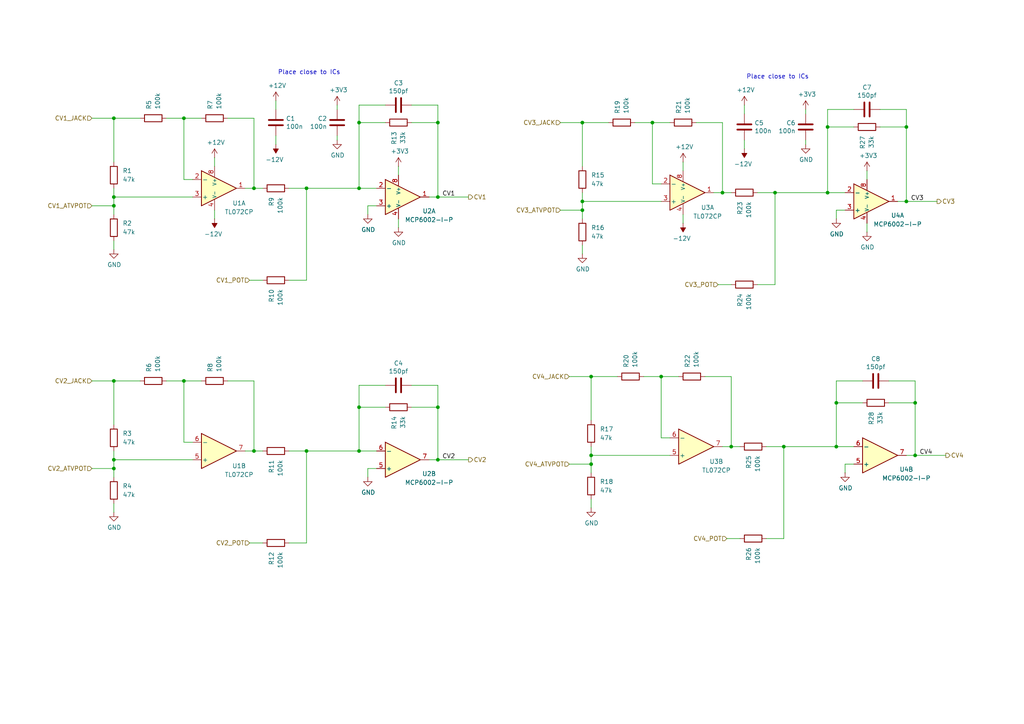
<source format=kicad_sch>
(kicad_sch (version 20231120) (generator "eeschema") (generator_version "8.0")
  (paper "A4")
  (title_block (title "Inputs") (date "2024-09-14") (rev "v0.1") (company "Sluisbrinkie"))
  (lib_symbols
    (symbol "Device:C" (pin_numbers hide) (pin_names (offset 0.254))
      (property "Reference" "C" (at 0.635 2.54 0))
      (property "Value" "C" (at 0.635 -2.54 0))
      (symbol "C_0_1"
        (polyline (pts (xy -2.032 -0.762) (xy 2.032 -0.762)) (stroke (width 0.508)))
        (polyline (pts (xy -2.032 0.762) (xy 2.032 0.762)) (stroke (width 0.508)))
      )
      (symbol "C_1_1"
        (pin passive line (at 0 3.81 270) (length 2.794) (name "~") (number "1"))
        (pin passive line (at 0 -3.81 90) (length 2.794) (name "~") (number "2"))
      )
    )
    (symbol "Device:R" (pin_numbers hide) (pin_names (offset 0))
      (property "Reference" "R" (at 2.032 0 90))
      (property "Value" "R" (at 0 0 90))
      (symbol "R_0_1"
        (rectangle (start -1.016 -2.54) (end 1.016 2.54) (stroke (width 0.254)))
      )
      (symbol "R_1_1"
        (pin passive line (at 0 3.81 270) (length 1.27) (name "~") (number "1"))
        (pin passive line (at 0 -3.81 90) (length 1.27) (name "~") (number "2"))
      )
    )
    (symbol "PCM_Amplifier_Operational_AKL:MCP6002-I-P" (pin_names (offset 0.2))
      (property "Reference" "U" (at 1.27 6.35 0))
      (property "Value" "MCP6002-I-P" (at 1.27 3.81 0))
      (symbol "MCP6002-I-P_0_1"
        (polyline (pts (xy -3.81 5.08) (xy -3.81 -5.08) (xy 6.35 0) (xy -3.81 5.08)) (stroke (width 0.254)) (fill (type background)))
      )
      (symbol "MCP6002-I-P_1_1"
        (pin output line (at 8.89 0 180) (length 2.54) (name "~") (number "1"))
        (pin input line (at -6.35 2.54 0) (length 2.54) (name "-") (number "2"))
        (pin input line (at -6.35 -2.54 0) (length 2.54) (name "+") (number "3"))
        (pin power_in line (at 0 -6.35 90) (length 3.18) (name "V-") (number "4"))
        (pin power_in line (at 0 6.35 270) (length 3.18) (name "V+") (number "8"))
      )
      (symbol "MCP6002-I-P_2_1"
        (pin input line (at -6.35 -2.54 0) (length 2.54) (name "+") (number "5"))
        (pin input line (at -6.35 2.54 0) (length 2.54) (name "-") (number "6"))
        (pin output line (at 8.89 0 180) (length 2.54) (name "~") (number "7"))
      )
    )
    (symbol "PCM_Amplifier_Operational_AKL:TL072CP" (pin_names (offset 0.2))
      (property "Reference" "U" (at 1.27 7.62 0))
      (property "Value" "TL072CP" (at 1.27 5.08 0))
      (symbol "TL072CP_0_1"
        (polyline (pts (xy -3.81 5.08) (xy -3.81 -5.08) (xy 6.35 0) (xy -3.81 5.08)) (stroke (width 0.254)) (fill (type background)))
      )
      (symbol "TL072CP_1_1"
        (pin output line (at 8.89 0 180) (length 2.54) (name "~") (number "1"))
        (pin input line (at -6.35 2.54 0) (length 2.54) (name "-") (number "2"))
        (pin input line (at -6.35 -2.54 0) (length 2.54) (name "+") (number "3"))
        (pin power_in line (at 0 -6.35 90) (length 3.18) (name "V-") (number "4"))
        (pin power_in line (at 0 6.35 270) (length 3.18) (name "V+") (number "8"))
      )
      (symbol "TL072CP_2_1"
        (pin input line (at -6.35 -2.54 0) (length 2.54) (name "+") (number "5"))
        (pin input line (at -6.35 2.54 0) (length 2.54) (name "-") (number "6"))
        (pin output line (at 8.89 0 180) (length 2.54) (name "~") (number "7"))
      )
    )
    (symbol "power:+12V" (power) (pin_numbers hide) (pin_names (offset 0) hide)
      (property "Value" "+12V" (at 0 3.556 0))
      (symbol "+12V_0_1"
        (polyline (pts (xy -0.762 1.27) (xy 0 2.54)))
        (polyline (pts (xy 0 0) (xy 0 2.54)))
        (polyline (pts (xy 0 2.54) (xy 0.762 1.27)))
      )
      (symbol "+12V_1_1"
        (pin power_in line (at 0 0 90) (length 0) (name "~") (number "1"))
      )
    )
    (symbol "power:+3V3" (power) (pin_numbers hide) (pin_names (offset 0) hide)
      (property "Value" "+3V3" (at 0 3.556 0))
      (symbol "+3V3_0_1"
        (polyline (pts (xy -0.762 1.27) (xy 0 2.54)))
        (polyline (pts (xy 0 0) (xy 0 2.54)))
        (polyline (pts (xy 0 2.54) (xy 0.762 1.27)))
      )
      (symbol "+3V3_1_1"
        (pin power_in line (at 0 0 90) (length 0) (name "~") (number "1"))
      )
    )
    (symbol "power:-12V" (power) (pin_numbers hide) (pin_names (offset 0) hide)
      (property "Value" "-12V" (at 0 3.556 0))
      (symbol "-12V_0_0"
        (pin power_in line (at 0 0 90) (length 0) (name "~") (number "1"))
      )
      (symbol "-12V_0_1"
        (polyline (pts (xy 0 0) (xy 0 1.27) (xy 0.762 1.27) (xy 0 2.54) (xy -0.762 1.27) (xy 0 1.27)) (fill (type outline)))
      )
    )
    (symbol "power:GND" (power) (pin_numbers hide) (pin_names (offset 0) hide)
      (property "Value" "GND" (at 0 -3.81 0))
      (symbol "GND_0_1"
        (polyline (pts (xy 0 0) (xy 0 -1.27) (xy 1.27 -1.27) (xy 0 -2.54) (xy -1.27 -1.27) (xy 0 -1.27)))
      )
      (symbol "GND_1_1"
        (pin power_in line (at 0 0 270) (length 0) (name "~") (number "1"))
      )
    )
  )
  (junction (at 265.43 132.08))
  (junction (at 127 35.56))
  (junction (at 88.9 54.61))
  (junction (at 33.02 110.49))
  (junction (at 168.91 60.96))
  (junction (at 191.77 109.22))
  (junction (at 73.66 54.61))
  (junction (at 127 57.15))
  (junction (at 242.57 116.84))
  (junction (at 53.34 110.49))
  (junction (at 171.45 134.62))
  (junction (at 168.91 35.56))
  (junction (at 189.23 35.56))
  (junction (at 33.02 59.69))
  (junction (at 240.03 36.83))
  (junction (at 33.02 34.29))
  (junction (at 104.14 35.56))
  (junction (at 171.45 132.08))
  (junction (at 127 118.11))
  (junction (at 127 133.35))
  (junction (at 209.55 55.88))
  (junction (at 242.57 129.54))
  (junction (at 224.79 55.88))
  (junction (at 262.89 58.42))
  (junction (at 262.89 36.83))
  (junction (at 212.09 129.54))
  (junction (at 171.45 109.22))
  (junction (at 88.9 130.81))
  (junction (at 265.43 116.84))
  (junction (at 33.02 57.15))
  (junction (at 104.14 118.11))
  (junction (at 33.02 133.35))
  (junction (at 73.66 130.81))
  (junction (at 53.34 34.29))
  (junction (at 240.03 55.88))
  (junction (at 104.14 54.61))
  (junction (at 227.33 129.54))
  (junction (at 33.02 135.89))
  (junction (at 104.14 130.81))
  (junction (at 168.91 58.42))
  (wire (pts (xy 251.46 64.77) (xy 251.46 67.31)))
  (wire (pts (xy 104.14 35.56) (xy 104.14 54.61)))
  (wire (pts (xy 119.38 111.76) (xy 127 111.76)))
  (wire (pts (xy 104.14 54.61) (xy 109.22 54.61)))
  (wire (pts (xy 260.35 58.42) (xy 262.89 58.42)))
  (wire (pts (xy 209.55 129.54) (xy 212.09 129.54)))
  (wire (pts (xy 250.19 110.49) (xy 242.57 110.49)))
  (wire (pts (xy 53.34 34.29) (xy 58.42 34.29)))
  (wire (pts (xy 53.34 52.07) (xy 53.34 34.29)))
  (wire (pts (xy 104.14 30.48) (xy 104.14 35.56)))
  (wire (pts (xy 66.04 34.29) (xy 73.66 34.29)))
  (wire (pts (xy 251.46 49.53) (xy 251.46 52.07)))
  (wire (pts (xy 257.81 110.49) (xy 265.43 110.49)))
  (wire (pts (xy 245.11 134.62) (xy 247.65 134.62)))
  (wire (pts (xy 71.12 130.81) (xy 73.66 130.81)))
  (wire (pts (xy 242.57 60.96) (xy 245.11 60.96)))
  (wire (pts (xy 233.68 33.02) (xy 233.68 31.75)))
  (wire (pts (xy 233.68 40.64) (xy 233.68 41.91)))
  (wire (pts (xy 171.45 132.08) (xy 194.31 132.08)))
  (wire (pts (xy 165.1 134.62) (xy 171.45 134.62)))
  (wire (pts (xy 265.43 116.84) (xy 265.43 132.08)))
  (wire (pts (xy 204.47 109.22) (xy 212.09 109.22)))
  (wire (pts (xy 83.82 81.28) (xy 88.9 81.28)))
  (wire (pts (xy 201.93 35.56) (xy 209.55 35.56)))
  (wire (pts (xy 115.57 48.26) (xy 115.57 50.8)))
  (wire (pts (xy 171.45 144.78) (xy 171.45 147.32)))
  (wire (pts (xy 88.9 130.81) (xy 104.14 130.81)))
  (wire (pts (xy 127 57.15) (xy 135.89 57.15)))
  (wire (pts (xy 55.88 128.27) (xy 53.34 128.27)))
  (wire (pts (xy 33.02 46.99) (xy 33.02 34.29)))
  (wire (pts (xy 242.57 110.49) (xy 242.57 116.84)))
  (wire (pts (xy 262.89 36.83) (xy 262.89 58.42)))
  (wire (pts (xy 186.69 109.22) (xy 191.77 109.22)))
  (wire (pts (xy 33.02 34.29) (xy 40.64 34.29)))
  (wire (pts (xy 127 35.56) (xy 127 30.48)))
  (wire (pts (xy 198.12 46.99) (xy 198.12 49.53)))
  (wire (pts (xy 106.68 138.43) (xy 106.68 135.89)))
  (wire (pts (xy 80.01 39.37) (xy 80.01 41.91)))
  (wire (pts (xy 215.9 30.48) (xy 215.9 33.02)))
  (wire (pts (xy 62.23 60.96) (xy 62.23 63.5)))
  (wire (pts (xy 224.79 55.88) (xy 240.03 55.88)))
  (wire (pts (xy 71.12 54.61) (xy 73.66 54.61)))
  (wire (pts (xy 227.33 129.54) (xy 242.57 129.54)))
  (wire (pts (xy 165.1 109.22) (xy 171.45 109.22)))
  (wire (pts (xy 88.9 81.28) (xy 88.9 54.61)))
  (wire (pts (xy 168.91 48.26) (xy 168.91 35.56)))
  (wire (pts (xy 106.68 62.23) (xy 106.68 59.69)))
  (wire (pts (xy 80.01 29.21) (xy 80.01 31.75)))
  (wire (pts (xy 33.02 54.61) (xy 33.02 57.15)))
  (wire (pts (xy 171.45 109.22) (xy 179.07 109.22)))
  (wire (pts (xy 224.79 82.55) (xy 224.79 55.88)))
  (wire (pts (xy 33.02 59.69) (xy 33.02 62.23)))
  (wire (pts (xy 191.77 127) (xy 191.77 109.22)))
  (wire (pts (xy 219.71 82.55) (xy 224.79 82.55)))
  (wire (pts (xy 26.67 59.69) (xy 33.02 59.69)))
  (wire (pts (xy 242.57 63.5) (xy 242.57 60.96)))
  (wire (pts (xy 33.02 69.85) (xy 33.02 72.39)))
  (wire (pts (xy 124.46 133.35) (xy 127 133.35)))
  (wire (pts (xy 62.23 45.72) (xy 62.23 48.26)))
  (wire (pts (xy 207.01 55.88) (xy 209.55 55.88)))
  (wire (pts (xy 55.88 52.07) (xy 53.34 52.07)))
  (wire (pts (xy 88.9 54.61) (xy 104.14 54.61)))
  (wire (pts (xy 111.76 30.48) (xy 104.14 30.48)))
  (wire (pts (xy 26.67 110.49) (xy 33.02 110.49)))
  (wire (pts (xy 97.79 31.75) (xy 97.79 30.48)))
  (wire (pts (xy 104.14 118.11) (xy 104.14 130.81)))
  (wire (pts (xy 247.65 31.75) (xy 240.03 31.75)))
  (wire (pts (xy 106.68 59.69) (xy 109.22 59.69)))
  (wire (pts (xy 115.57 63.5) (xy 115.57 66.04)))
  (wire (pts (xy 168.91 71.12) (xy 168.91 73.66)))
  (wire (pts (xy 255.27 31.75) (xy 262.89 31.75)))
  (wire (pts (xy 72.39 81.28) (xy 76.2 81.28)))
  (wire (pts (xy 168.91 55.88) (xy 168.91 58.42)))
  (wire (pts (xy 240.03 36.83) (xy 240.03 55.88)))
  (wire (pts (xy 194.31 127) (xy 191.77 127)))
  (wire (pts (xy 209.55 55.88) (xy 209.55 35.56)))
  (wire (pts (xy 210.82 156.21) (xy 214.63 156.21)))
  (wire (pts (xy 222.25 129.54) (xy 227.33 129.54)))
  (wire (pts (xy 191.77 53.34) (xy 189.23 53.34)))
  (wire (pts (xy 33.02 130.81) (xy 33.02 133.35)))
  (wire (pts (xy 26.67 34.29) (xy 33.02 34.29)))
  (wire (pts (xy 73.66 130.81) (xy 76.2 130.81)))
  (wire (pts (xy 104.14 111.76) (xy 104.14 118.11)))
  (wire (pts (xy 171.45 134.62) (xy 171.45 137.16)))
  (wire (pts (xy 48.26 110.49) (xy 53.34 110.49)))
  (wire (pts (xy 127 35.56) (xy 127 57.15)))
  (wire (pts (xy 33.02 133.35) (xy 55.88 133.35)))
  (wire (pts (xy 53.34 110.49) (xy 58.42 110.49)))
  (wire (pts (xy 104.14 130.81) (xy 109.22 130.81)))
  (wire (pts (xy 240.03 55.88) (xy 245.11 55.88)))
  (wire (pts (xy 262.89 36.83) (xy 255.27 36.83)))
  (wire (pts (xy 33.02 57.15) (xy 33.02 59.69)))
  (wire (pts (xy 168.91 58.42) (xy 191.77 58.42)))
  (wire (pts (xy 171.45 129.54) (xy 171.45 132.08)))
  (wire (pts (xy 191.77 109.22) (xy 196.85 109.22)))
  (wire (pts (xy 171.45 121.92) (xy 171.45 109.22)))
  (wire (pts (xy 184.15 35.56) (xy 189.23 35.56)))
  (wire (pts (xy 83.82 157.48) (xy 88.9 157.48)))
  (wire (pts (xy 66.04 110.49) (xy 73.66 110.49)))
  (wire (pts (xy 127 35.56) (xy 119.38 35.56)))
  (wire (pts (xy 198.12 62.23) (xy 198.12 64.77)))
  (wire (pts (xy 33.02 110.49) (xy 40.64 110.49)))
  (wire (pts (xy 83.82 54.61) (xy 88.9 54.61)))
  (wire (pts (xy 245.11 137.16) (xy 245.11 134.62)))
  (wire (pts (xy 208.28 82.55) (xy 212.09 82.55)))
  (wire (pts (xy 242.57 116.84) (xy 242.57 129.54)))
  (wire (pts (xy 73.66 130.81) (xy 73.66 110.49)))
  (wire (pts (xy 53.34 128.27) (xy 53.34 110.49)))
  (wire (pts (xy 162.56 35.56) (xy 168.91 35.56)))
  (wire (pts (xy 219.71 55.88) (xy 224.79 55.88)))
  (wire (pts (xy 262.89 36.83) (xy 262.89 31.75)))
  (wire (pts (xy 262.89 132.08) (xy 265.43 132.08)))
  (wire (pts (xy 227.33 156.21) (xy 227.33 129.54)))
  (wire (pts (xy 48.26 34.29) (xy 53.34 34.29)))
  (wire (pts (xy 83.82 130.81) (xy 88.9 130.81)))
  (wire (pts (xy 168.91 60.96) (xy 168.91 63.5)))
  (wire (pts (xy 88.9 157.48) (xy 88.9 130.81)))
  (wire (pts (xy 127 133.35) (xy 135.89 133.35)))
  (wire (pts (xy 73.66 54.61) (xy 76.2 54.61)))
  (wire (pts (xy 171.45 132.08) (xy 171.45 134.62)))
  (wire (pts (xy 127 118.11) (xy 127 111.76)))
  (wire (pts (xy 168.91 58.42) (xy 168.91 60.96)))
  (wire (pts (xy 73.66 54.61) (xy 73.66 34.29)))
  (wire (pts (xy 265.43 132.08) (xy 274.32 132.08)))
  (wire (pts (xy 111.76 118.11) (xy 104.14 118.11)))
  (wire (pts (xy 127 118.11) (xy 119.38 118.11)))
  (wire (pts (xy 33.02 133.35) (xy 33.02 135.89)))
  (wire (pts (xy 124.46 57.15) (xy 127 57.15)))
  (wire (pts (xy 262.89 58.42) (xy 271.78 58.42)))
  (wire (pts (xy 212.09 129.54) (xy 212.09 109.22)))
  (wire (pts (xy 265.43 116.84) (xy 265.43 110.49)))
  (wire (pts (xy 247.65 36.83) (xy 240.03 36.83)))
  (wire (pts (xy 33.02 57.15) (xy 55.88 57.15)))
  (wire (pts (xy 212.09 129.54) (xy 214.63 129.54)))
  (wire (pts (xy 240.03 31.75) (xy 240.03 36.83)))
  (wire (pts (xy 106.68 135.89) (xy 109.22 135.89)))
  (wire (pts (xy 33.02 146.05) (xy 33.02 148.59)))
  (wire (pts (xy 33.02 135.89) (xy 33.02 138.43)))
  (wire (pts (xy 162.56 60.96) (xy 168.91 60.96)))
  (wire (pts (xy 33.02 123.19) (xy 33.02 110.49)))
  (wire (pts (xy 215.9 40.64) (xy 215.9 43.18)))
  (wire (pts (xy 72.39 157.48) (xy 76.2 157.48)))
  (wire (pts (xy 26.67 135.89) (xy 33.02 135.89)))
  (wire (pts (xy 168.91 35.56) (xy 176.53 35.56)))
  (wire (pts (xy 265.43 116.84) (xy 257.81 116.84)))
  (wire (pts (xy 209.55 55.88) (xy 212.09 55.88)))
  (wire (pts (xy 189.23 35.56) (xy 194.31 35.56)))
  (wire (pts (xy 111.76 111.76) (xy 104.14 111.76)))
  (wire (pts (xy 97.79 39.37) (xy 97.79 40.64)))
  (wire (pts (xy 127 118.11) (xy 127 133.35)))
  (wire (pts (xy 250.19 116.84) (xy 242.57 116.84)))
  (wire (pts (xy 242.57 129.54) (xy 247.65 129.54)))
  (wire (pts (xy 119.38 30.48) (xy 127 30.48)))
  (wire (pts (xy 189.23 53.34) (xy 189.23 35.56)))
  (wire (pts (xy 111.76 35.56) (xy 104.14 35.56)))
  (wire (pts (xy 222.25 156.21) (xy 227.33 156.21)))
  (text "Place close to ICs\n" (at 89.662 21.082 0) (effects (font (size 1.27 1.27))))
  (text "Place close to ICs\n" (at 225.552 22.352 0) (effects (font (size 1.27 1.27))))
  (label "CV3" (at 264.16 58.42 0))
  (label "CV4" (at 266.7 132.08 0))
  (label "CV1" (at 128.27 57.15 0))
  (label "CV2" (at 128.27 133.35 0))
  (hierarchical_label "CV1_POT" (shape input) (at 72.39 81.28 180))
  (hierarchical_label "CV2_JACK" (shape input) (at 26.67 110.49 180))
  (hierarchical_label "CV3_ATVPOT" (shape input) (at 162.56 60.96 180))
  (hierarchical_label "CV4" (shape output) (at 274.32 132.08 0))
  (hierarchical_label "CV1_ATVPOT" (shape input) (at 26.67 59.69 180))
  (hierarchical_label "CV4_ATVPOT" (shape input) (at 165.1 134.62 180))
  (hierarchical_label "CV2_POT" (shape input) (at 72.39 157.48 180))
  (hierarchical_label "CV3" (shape output) (at 271.78 58.42 0))
  (hierarchical_label "CV3_POT" (shape input) (at 208.28 82.55 180))
  (hierarchical_label "CV3_JACK" (shape input) (at 162.56 35.56 180))
  (hierarchical_label "CV1" (shape output) (at 135.89 57.15 0))
  (hierarchical_label "CV2_ATVPOT" (shape input) (at 26.67 135.89 180))
  (hierarchical_label "CV1_JACK" (shape input) (at 26.67 34.29 180))
  (hierarchical_label "CV4_JACK" (shape input) (at 165.1 109.22 180))
  (hierarchical_label "CV2" (shape output) (at 135.89 133.35 0))
  (hierarchical_label "CV4_POT" (shape input) (at 210.82 156.21 180))
  (symbol (lib_id "power:+3V3") (at 251.46 49.53 0) (unit 1)
    (property "Reference" "#PWR047" (effects (hide yes)))
    (property "Value" "+3V3" (at 251.841 45.1358 0))
  )
  (symbol (lib_id "power:GND") (at 33.02 148.59 0) (unit 1)
    (property "Reference" "#PWR026" (effects (hide yes)))
    (property "Value" "GND" (at 33.147 152.9842 0))
  )
  (symbol (lib_id "power:+12V") (at 62.23 45.72 0) (unit 1)
    (property "Reference" "#PWR027" (effects (hide yes)))
    (property "Value" "+12V" (at 62.611 41.3258 0))
  )
  (symbol (lib_id "power:+3V3") (at 233.68 31.75 0) (unit 1)
    (property "Reference" "#PWR043" (effects (hide yes)))
    (property "Value" "+3V3" (at 234.061 27.3558 0))
  )
  (symbol (lib_id "PCM_Amplifier_Operational_AKL:TL072CP") (at 200.66 129.54 0) (unit 2)
    (property "Reference" "U3" (at 207.772 133.858 0))
    (property "Value" "TL072CP" (at 207.772 136.398 0))
    (property "Footprint" "PCM_Package_DIP_AKL:DIP-8_W7.62mm_Socket_LongPads" (effects (hide yes)))
    (property "Datasheet" "https://www.ti.com/lit/ds/symlink/tl072h.pdf?ts=1635057479364" (effects (hide yes)))
    (property "Description" "DIP-8 Dual JFET Low Noise Operational Amplifier, 10mV Offset, 8nV/√Hz Noise, 1MHz GBW, Alternate KiCAD Library" (effects (hide yes)))
  )
  (symbol (lib_id "PCM_Amplifier_Operational_AKL:TL072CP") (at 62.23 130.81 0) (unit 2)
    (property "Reference" "U1" (at 69.342 135.128 0))
    (property "Value" "TL072CP" (at 69.342 137.668 0))
    (property "Footprint" "PCM_Package_DIP_AKL:DIP-8_W7.62mm_Socket_LongPads" (effects (hide yes)))
    (property "Datasheet" "https://www.ti.com/lit/ds/symlink/tl072h.pdf?ts=1635057479364" (effects (hide yes)))
    (property "Description" "DIP-8 Dual JFET Low Noise Operational Amplifier, 10mV Offset, 8nV/√Hz Noise, 1MHz GBW, Alternate KiCAD Library" (effects (hide yes)))
  )
  (symbol (lib_id "Device:R") (at 198.12 35.56 90) (unit 1)
    (property "Reference" "R21" (at 196.8499 33.02 0) (effects (justify left)))
    (property "Value" "100k" (at 199.3899 33.02 0) (effects (justify left)))
    (property "Footprint" "Resistor_THT:R_Axial_DIN0207_L6.3mm_D2.5mm_P7.62mm_Horizontal" (effects (hide yes)))
    (property "Description" "Resistor" (effects (hide yes)))
  )
  (symbol (lib_id "power:+12V") (at 198.12 46.99 0) (unit 1)
    (property "Reference" "#PWR039" (effects (hide yes)))
    (property "Value" "+12V" (at 198.501 42.5958 0))
  )
  (symbol (lib_id "power:GND") (at 171.45 147.32 0) (unit 1)
    (property "Reference" "#PWR038" (effects (hide yes)))
    (property "Value" "GND" (at 171.577 151.7142 0))
  )
  (symbol (lib_id "Device:R") (at 182.88 109.22 90) (unit 1)
    (property "Reference" "R20" (at 181.6099 106.68 0) (effects (justify left)))
    (property "Value" "100k" (at 184.1499 106.68 0) (effects (justify left)))
    (property "Footprint" "Resistor_THT:R_Axial_DIN0207_L6.3mm_D2.5mm_P7.62mm_Horizontal" (effects (hide yes)))
    (property "Description" "Resistor" (effects (hide yes)))
  )
  (symbol (lib_id "PCM_Amplifier_Operational_AKL:TL072CP") (at 198.12 55.88 0) (unit 1)
    (property "Reference" "U3" (at 205.232 60.198 0))
    (property "Value" "TL072CP" (at 205.232 62.738 0))
    (property "Footprint" "PCM_Package_DIP_AKL:DIP-8_W7.62mm_Socket_LongPads" (effects (hide yes)))
    (property "Datasheet" "https://www.ti.com/lit/ds/symlink/tl072h.pdf?ts=1635057479364" (effects (hide yes)))
    (property "Description" "DIP-8 Dual JFET Low Noise Operational Amplifier, 10mV Offset, 8nV/√Hz Noise, 1MHz GBW, Alternate KiCAD Library" (effects (hide yes)))
  )
  (symbol (lib_id "Device:R") (at 33.02 66.04 0) (unit 1)
    (property "Reference" "R2" (at 35.56 64.7699 0) (effects (justify left)))
    (property "Value" "47k" (at 35.56 67.3099 0) (effects (justify left)))
    (property "Footprint" "Resistor_THT:R_Axial_DIN0207_L6.3mm_D2.5mm_P7.62mm_Horizontal" (effects (hide yes)))
    (property "Description" "Resistor" (effects (hide yes)))
  )
  (symbol (lib_id "Device:R") (at 62.23 34.29 90) (unit 1)
    (property "Reference" "R7" (at 60.9599 31.75 0) (effects (justify left)))
    (property "Value" "100k" (at 63.4999 31.75 0) (effects (justify left)))
    (property "Footprint" "Resistor_THT:R_Axial_DIN0207_L6.3mm_D2.5mm_P7.62mm_Horizontal" (effects (hide yes)))
    (property "Description" "Resistor" (effects (hide yes)))
  )
  (symbol (lib_id "power:GND") (at 251.46 67.31 0) (unit 1)
    (property "Reference" "#PWR048" (effects (hide yes)))
    (property "Value" "GND" (at 251.587 71.7042 0))
  )
  (symbol (lib_id "power:+3V3") (at 97.79 30.48 0) (unit 1)
    (property "Reference" "#PWR031" (effects (hide yes)))
    (property "Value" "+3V3" (at 98.171 26.0858 0))
  )
  (symbol (lib_id "power:GND") (at 106.68 138.43 0) (unit 1)
    (property "Reference" "#PWR034" (effects (hide yes)))
    (property "Value" "GND" (at 106.807 142.8242 0))
  )
  (symbol (lib_id "power:-12V") (at 62.23 63.5 180) (unit 1)
    (property "Reference" "#PWR028" (effects (hide yes)))
    (property "Value" "-12V" (at 61.849 67.8942 0))
  )
  (symbol (lib_id "Device:C") (at 254 110.49 90) (unit 1)
    (property "Reference" "C8" (at 254 104.0892 90))
    (property "Value" "150pf" (at 254 106.4006 90))
    (property "Footprint" "Capacitor_THT:C_Disc_D3.4mm_W2.1mm_P2.50mm" (effects (hide yes)))
  )
  (symbol (lib_id "Device:R") (at 115.57 35.56 90) (mirror x) (unit 1)
    (property "Reference" "R13" (at 114.2999 38.1 0) (effects (justify left)))
    (property "Value" "33k" (at 116.8399 38.1 0) (effects (justify left)))
    (property "Footprint" "Resistor_THT:R_Axial_DIN0207_L6.3mm_D2.5mm_P7.62mm_Horizontal" (effects (hide yes)))
    (property "Description" "Resistor" (effects (hide yes)))
  )
  (symbol (lib_id "Device:R") (at 62.23 110.49 90) (unit 1)
    (property "Reference" "R8" (at 60.9599 107.95 0) (effects (justify left)))
    (property "Value" "100k" (at 63.4999 107.95 0) (effects (justify left)))
    (property "Footprint" "Resistor_THT:R_Axial_DIN0207_L6.3mm_D2.5mm_P7.62mm_Horizontal" (effects (hide yes)))
    (property "Description" "Resistor" (effects (hide yes)))
  )
  (symbol (lib_id "power:GND") (at 97.79 40.64 0) (unit 1)
    (property "Reference" "#PWR032" (effects (hide yes)))
    (property "Value" "GND" (at 97.917 45.0342 0))
  )
  (symbol (lib_id "PCM_Amplifier_Operational_AKL:MCP6002-I-P") (at 115.57 57.15 0) (unit 1)
    (property "Reference" "U2" (at 124.46 61.214 0))
    (property "Value" "MCP6002-I-P" (at 124.46 63.754 0))
    (property "Footprint" "PCM_Package_DIP_AKL:DIP-8_W7.62mm_Socket_LongPads" (effects (hide yes)))
    (property "Datasheet" "https://www.tme.eu/Document/c98656c49a036767b89c9bb93e3dda4a/mcp6001_2_4.pdf" (effects (hide yes)))
    (property "Description" "DIP-8 Dual CMOS RRIO Operational Amplifier, 4.5mV Offset, 2μV/°C Drift, 1MHz GBW, Alternate KiCAD Library" (effects (hide yes)))
  )
  (symbol (lib_id "power:+12V") (at 215.9 30.48 0) (unit 1)
    (property "Reference" "#PWR041" (effects (hide yes)))
    (property "Value" "+12V" (at 216.281 26.0858 0))
  )
  (symbol (lib_id "Device:R") (at 200.66 109.22 90) (unit 1)
    (property "Reference" "R22" (at 199.3899 106.68 0) (effects (justify left)))
    (property "Value" "100k" (at 201.9299 106.68 0) (effects (justify left)))
    (property "Footprint" "Resistor_THT:R_Axial_DIN0207_L6.3mm_D2.5mm_P7.62mm_Horizontal" (effects (hide yes)))
    (property "Description" "Resistor" (effects (hide yes)))
  )
  (symbol (lib_id "Device:R") (at 80.01 130.81 90) (mirror x) (unit 1)
    (property "Reference" "R11" (at 78.7399 133.35 0) (effects (justify left)))
    (property "Value" "100k" (at 81.2799 133.35 0) (effects (justify left)))
    (property "Footprint" "Resistor_THT:R_Axial_DIN0207_L6.3mm_D2.5mm_P7.62mm_Horizontal" (effects (hide yes)))
    (property "Description" "Resistor" (effects (hide yes)))
  )
  (symbol (lib_id "Device:R") (at 80.01 157.48 90) (mirror x) (unit 1)
    (property "Reference" "R12" (at 78.7399 160.02 0) (effects (justify left)))
    (property "Value" "100k" (at 81.2799 160.02 0) (effects (justify left)))
    (property "Footprint" "Resistor_THT:R_Axial_DIN0207_L6.3mm_D2.5mm_P7.62mm_Horizontal" (effects (hide yes)))
    (property "Description" "Resistor" (effects (hide yes)))
  )
  (symbol (lib_id "Device:R") (at 33.02 127 0) (unit 1)
    (property "Reference" "R3" (at 35.56 125.7299 0) (effects (justify left)))
    (property "Value" "47k" (at 35.56 128.2699 0) (effects (justify left)))
    (property "Footprint" "Resistor_THT:R_Axial_DIN0207_L6.3mm_D2.5mm_P7.62mm_Horizontal" (effects (hide yes)))
    (property "Description" "Resistor" (effects (hide yes)))
  )
  (symbol (lib_id "Device:C") (at 80.01 35.56 0) (unit 1)
    (property "Reference" "C1" (at 82.931 34.3916 0) (effects (justify left)))
    (property "Value" "100n" (at 82.931 36.703 0) (effects (justify left)))
    (property "Footprint" "Capacitor_THT:C_Rect_L10.0mm_W4.0mm_P7.50mm_MKS4" (effects (hide yes)))
  )
  (symbol (lib_id "Device:R") (at 254 116.84 90) (mirror x) (unit 1)
    (property "Reference" "R28" (at 252.7299 119.38 0) (effects (justify left)))
    (property "Value" "33k" (at 255.2699 119.38 0) (effects (justify left)))
    (property "Footprint" "Resistor_THT:R_Axial_DIN0207_L6.3mm_D2.5mm_P7.62mm_Horizontal" (effects (hide yes)))
    (property "Description" "Resistor" (effects (hide yes)))
  )
  (symbol (lib_id "Device:R") (at 115.57 118.11 90) (mirror x) (unit 1)
    (property "Reference" "R14" (at 114.2999 120.65 0) (effects (justify left)))
    (property "Value" "33k" (at 116.8399 120.65 0) (effects (justify left)))
    (property "Footprint" "Resistor_THT:R_Axial_DIN0207_L6.3mm_D2.5mm_P7.62mm_Horizontal" (effects (hide yes)))
    (property "Description" "Resistor" (effects (hide yes)))
  )
  (symbol (lib_id "power:GND") (at 33.02 72.39 0) (unit 1)
    (property "Reference" "#PWR025" (effects (hide yes)))
    (property "Value" "GND" (at 33.147 76.7842 0))
  )
  (symbol (lib_id "power:-12V") (at 215.9 43.18 180) (unit 1)
    (property "Reference" "#PWR042" (effects (hide yes)))
    (property "Value" "-12V" (at 215.519 47.5742 0))
  )
  (symbol (lib_id "power:-12V") (at 80.01 41.91 180) (unit 1)
    (property "Reference" "#PWR030" (effects (hide yes)))
    (property "Value" "-12V" (at 79.629 46.3042 0))
  )
  (symbol (lib_id "power:GND") (at 115.57 66.04 0) (unit 1)
    (property "Reference" "#PWR036" (effects (hide yes)))
    (property "Value" "GND" (at 115.697 70.4342 0))
  )
  (symbol (lib_id "Device:R") (at 218.44 129.54 90) (mirror x) (unit 1)
    (property "Reference" "R25" (at 217.1699 132.08 0) (effects (justify left)))
    (property "Value" "100k" (at 219.7099 132.08 0) (effects (justify left)))
    (property "Footprint" "Resistor_THT:R_Axial_DIN0207_L6.3mm_D2.5mm_P7.62mm_Horizontal" (effects (hide yes)))
    (property "Description" "Resistor" (effects (hide yes)))
  )
  (symbol (lib_id "power:-12V") (at 198.12 64.77 180) (unit 1)
    (property "Reference" "#PWR040" (effects (hide yes)))
    (property "Value" "-12V" (at 197.739 69.1642 0))
  )
  (symbol (lib_id "Device:R") (at 80.01 54.61 90) (mirror x) (unit 1)
    (property "Reference" "R9" (at 78.7399 57.15 0) (effects (justify left)))
    (property "Value" "100k" (at 81.2799 57.15 0) (effects (justify left)))
    (property "Footprint" "Resistor_THT:R_Axial_DIN0207_L6.3mm_D2.5mm_P7.62mm_Horizontal" (effects (hide yes)))
    (property "Description" "Resistor" (effects (hide yes)))
  )
  (symbol (lib_id "power:GND") (at 168.91 73.66 0) (unit 1)
    (property "Reference" "#PWR037" (effects (hide yes)))
    (property "Value" "GND" (at 169.037 78.0542 0))
  )
  (symbol (lib_id "Device:R") (at 33.02 142.24 0) (unit 1)
    (property "Reference" "R4" (at 35.56 140.9699 0) (effects (justify left)))
    (property "Value" "47k" (at 35.56 143.5099 0) (effects (justify left)))
    (property "Footprint" "Resistor_THT:R_Axial_DIN0207_L6.3mm_D2.5mm_P7.62mm_Horizontal" (effects (hide yes)))
    (property "Description" "Resistor" (effects (hide yes)))
  )
  (symbol (lib_id "Device:R") (at 44.45 34.29 90) (unit 1)
    (property "Reference" "R5" (at 43.1799 31.75 0) (effects (justify left)))
    (property "Value" "100k" (at 45.7199 31.75 0) (effects (justify left)))
    (property "Footprint" "Resistor_THT:R_Axial_DIN0207_L6.3mm_D2.5mm_P7.62mm_Horizontal" (effects (hide yes)))
    (property "Description" "Resistor" (effects (hide yes)))
  )
  (symbol (lib_id "Device:R") (at 251.46 36.83 90) (mirror x) (unit 1)
    (property "Reference" "R27" (at 250.1899 39.37 0) (effects (justify left)))
    (property "Value" "33k" (at 252.7299 39.37 0) (effects (justify left)))
    (property "Footprint" "Resistor_THT:R_Axial_DIN0207_L6.3mm_D2.5mm_P7.62mm_Horizontal" (effects (hide yes)))
    (property "Description" "Resistor" (effects (hide yes)))
  )
  (symbol (lib_id "Device:R") (at 44.45 110.49 90) (unit 1)
    (property "Reference" "R6" (at 43.1799 107.95 0) (effects (justify left)))
    (property "Value" "100k" (at 45.7199 107.95 0) (effects (justify left)))
    (property "Footprint" "Resistor_THT:R_Axial_DIN0207_L6.3mm_D2.5mm_P7.62mm_Horizontal" (effects (hide yes)))
    (property "Description" "Resistor" (effects (hide yes)))
  )
  (symbol (lib_id "Device:C") (at 233.68 36.83 0) (mirror y) (unit 1)
    (property "Reference" "C6" (at 230.759 35.6616 0) (effects (justify left)))
    (property "Value" "100n" (at 230.759 37.973 0) (effects (justify left)))
    (property "Footprint" "Capacitor_THT:C_Rect_L10.0mm_W4.0mm_P7.50mm_MKS4" (effects (hide yes)))
  )
  (symbol (lib_id "power:GND") (at 233.68 41.91 0) (unit 1)
    (property "Reference" "#PWR044" (effects (hide yes)))
    (property "Value" "GND" (at 233.807 46.3042 0))
  )
  (symbol (lib_id "PCM_Amplifier_Operational_AKL:TL072CP") (at 62.23 54.61 0) (unit 1)
    (property "Reference" "U1" (at 69.342 58.928 0))
    (property "Value" "TL072CP" (at 69.342 61.468 0))
    (property "Footprint" "PCM_Package_DIP_AKL:DIP-8_W7.62mm_Socket_LongPads" (effects (hide yes)))
    (property "Datasheet" "https://www.ti.com/lit/ds/symlink/tl072h.pdf?ts=1635057479364" (effects (hide yes)))
    (property "Description" "DIP-8 Dual JFET Low Noise Operational Amplifier, 10mV Offset, 8nV/√Hz Noise, 1MHz GBW, Alternate KiCAD Library" (effects (hide yes)))
  )
  (symbol (lib_id "Device:R") (at 168.91 52.07 0) (unit 1)
    (property "Reference" "R15" (at 171.45 50.7999 0) (effects (justify left)))
    (property "Value" "47k" (at 171.45 53.3399 0) (effects (justify left)))
    (property "Footprint" "Resistor_THT:R_Axial_DIN0207_L6.3mm_D2.5mm_P7.62mm_Horizontal" (effects (hide yes)))
    (property "Description" "Resistor" (effects (hide yes)))
  )
  (symbol (lib_id "Device:R") (at 171.45 140.97 0) (unit 1)
    (property "Reference" "R18" (at 173.99 139.6999 0) (effects (justify left)))
    (property "Value" "47k" (at 173.99 142.2399 0) (effects (justify left)))
    (property "Footprint" "Resistor_THT:R_Axial_DIN0207_L6.3mm_D2.5mm_P7.62mm_Horizontal" (effects (hide yes)))
    (property "Description" "Resistor" (effects (hide yes)))
  )
  (symbol (lib_id "Device:C") (at 115.57 30.48 90) (unit 1)
    (property "Reference" "C3" (at 115.57 24.0792 90))
    (property "Value" "150pf" (at 115.57 26.3906 90))
    (property "Footprint" "Capacitor_THT:C_Disc_D3.4mm_W2.1mm_P2.50mm" (effects (hide yes)))
  )
  (symbol (lib_id "Device:R") (at 215.9 82.55 90) (mirror x) (unit 1)
    (property "Reference" "R24" (at 214.6299 85.09 0) (effects (justify left)))
    (property "Value" "100k" (at 217.1699 85.09 0) (effects (justify left)))
    (property "Footprint" "Resistor_THT:R_Axial_DIN0207_L6.3mm_D2.5mm_P7.62mm_Horizontal" (effects (hide yes)))
    (property "Description" "Resistor" (effects (hide yes)))
  )
  (symbol (lib_id "Device:R") (at 180.34 35.56 90) (unit 1)
    (property "Reference" "R19" (at 179.0699 33.02 0) (effects (justify left)))
    (property "Value" "100k" (at 181.6099 33.02 0) (effects (justify left)))
    (property "Footprint" "Resistor_THT:R_Axial_DIN0207_L6.3mm_D2.5mm_P7.62mm_Horizontal" (effects (hide yes)))
    (property "Description" "Resistor" (effects (hide yes)))
  )
  (symbol (lib_id "Device:R") (at 33.02 50.8 0) (unit 1)
    (property "Reference" "R1" (at 35.56 49.5299 0) (effects (justify left)))
    (property "Value" "47k" (at 35.56 52.0699 0) (effects (justify left)))
    (property "Footprint" "Resistor_THT:R_Axial_DIN0207_L6.3mm_D2.5mm_P7.62mm_Horizontal" (effects (hide yes)))
    (property "Description" "Resistor" (effects (hide yes)))
  )
  (symbol (lib_id "power:+3V3") (at 115.57 48.26 0) (unit 1)
    (property "Reference" "#PWR035" (effects (hide yes)))
    (property "Value" "+3V3" (at 115.951 43.8658 0))
  )
  (symbol (lib_id "Device:R") (at 218.44 156.21 90) (mirror x) (unit 1)
    (property "Reference" "R26" (at 217.1699 158.75 0) (effects (justify left)))
    (property "Value" "100k" (at 219.7099 158.75 0) (effects (justify left)))
    (property "Footprint" "Resistor_THT:R_Axial_DIN0207_L6.3mm_D2.5mm_P7.62mm_Horizontal" (effects (hide yes)))
    (property "Description" "Resistor" (effects (hide yes)))
  )
  (symbol (lib_id "Device:C") (at 215.9 36.83 0) (unit 1)
    (property "Reference" "C5" (at 218.821 35.6616 0) (effects (justify left)))
    (property "Value" "100n" (at 218.821 37.973 0) (effects (justify left)))
    (property "Footprint" "Capacitor_THT:C_Rect_L10.0mm_W4.0mm_P7.50mm_MKS4" (effects (hide yes)))
  )
  (symbol (lib_id "power:+12V") (at 80.01 29.21 0) (unit 1)
    (property "Reference" "#PWR029" (effects (hide yes)))
    (property "Value" "+12V" (at 80.391 24.8158 0))
  )
  (symbol (lib_id "Device:R") (at 171.45 125.73 0) (unit 1)
    (property "Reference" "R17" (at 173.99 124.4599 0) (effects (justify left)))
    (property "Value" "47k" (at 173.99 126.9999 0) (effects (justify left)))
    (property "Footprint" "Resistor_THT:R_Axial_DIN0207_L6.3mm_D2.5mm_P7.62mm_Horizontal" (effects (hide yes)))
    (property "Description" "Resistor" (effects (hide yes)))
  )
  (symbol (lib_id "PCM_Amplifier_Operational_AKL:MCP6002-I-P") (at 251.46 58.42 0) (unit 1)
    (property "Reference" "U4" (at 260.35 62.484 0))
    (property "Value" "MCP6002-I-P" (at 260.35 65.024 0))
    (property "Footprint" "PCM_Package_DIP_AKL:DIP-8_W7.62mm_Socket_LongPads" (effects (hide yes)))
    (property "Datasheet" "https://www.tme.eu/Document/c98656c49a036767b89c9bb93e3dda4a/mcp6001_2_4.pdf" (effects (hide yes)))
    (property "Description" "DIP-8 Dual CMOS RRIO Operational Amplifier, 4.5mV Offset, 2μV/°C Drift, 1MHz GBW, Alternate KiCAD Library" (effects (hide yes)))
  )
  (symbol (lib_id "Device:C") (at 97.79 35.56 0) (mirror y) (unit 1)
    (property "Reference" "C2" (at 94.869 34.3916 0) (effects (justify left)))
    (property "Value" "100n" (at 94.869 36.703 0) (effects (justify left)))
    (property "Footprint" "Capacitor_THT:C_Rect_L10.0mm_W4.0mm_P7.50mm_MKS4" (effects (hide yes)))
  )
  (symbol (lib_id "PCM_Amplifier_Operational_AKL:MCP6002-I-P") (at 115.57 133.35 0) (unit 2)
    (property "Reference" "U2" (at 124.46 137.414 0))
    (property "Value" "MCP6002-I-P" (at 124.46 139.954 0))
    (property "Footprint" "PCM_Package_DIP_AKL:DIP-8_W7.62mm_Socket_LongPads" (effects (hide yes)))
    (property "Datasheet" "https://www.tme.eu/Document/c98656c49a036767b89c9bb93e3dda4a/mcp6001_2_4.pdf" (effects (hide yes)))
    (property "Description" "DIP-8 Dual CMOS RRIO Operational Amplifier, 4.5mV Offset, 2μV/°C Drift, 1MHz GBW, Alternate KiCAD Library" (effects (hide yes)))
  )
  (symbol (lib_id "Device:C") (at 251.46 31.75 90) (unit 1)
    (property "Reference" "C7" (at 251.46 25.3492 90))
    (property "Value" "150pf" (at 251.46 27.6606 90))
    (property "Footprint" "Capacitor_THT:C_Disc_D3.4mm_W2.1mm_P2.50mm" (effects (hide yes)))
  )
  (symbol (lib_id "power:GND") (at 106.68 62.23 0) (unit 1)
    (property "Reference" "#PWR033" (effects (hide yes)))
    (property "Value" "GND" (at 106.807 66.6242 0))
  )
  (symbol (lib_id "Device:R") (at 215.9 55.88 90) (mirror x) (unit 1)
    (property "Reference" "R23" (at 214.6299 58.42 0) (effects (justify left)))
    (property "Value" "100k" (at 217.1699 58.42 0) (effects (justify left)))
    (property "Footprint" "Resistor_THT:R_Axial_DIN0207_L6.3mm_D2.5mm_P7.62mm_Horizontal" (effects (hide yes)))
    (property "Description" "Resistor" (effects (hide yes)))
  )
  (symbol (lib_id "Device:R") (at 168.91 67.31 0) (unit 1)
    (property "Reference" "R16" (at 171.45 66.0399 0) (effects (justify left)))
    (property "Value" "47k" (at 171.45 68.5799 0) (effects (justify left)))
    (property "Footprint" "Resistor_THT:R_Axial_DIN0207_L6.3mm_D2.5mm_P7.62mm_Horizontal" (effects (hide yes)))
    (property "Description" "Resistor" (effects (hide yes)))
  )
  (symbol (lib_id "Device:C") (at 115.57 111.76 90) (unit 1)
    (property "Reference" "C4" (at 115.57 105.3592 90))
    (property "Value" "150pf" (at 115.57 107.6706 90))
    (property "Footprint" "Capacitor_THT:C_Disc_D3.4mm_W2.1mm_P2.50mm" (effects (hide yes)))
  )
  (symbol (lib_id "PCM_Amplifier_Operational_AKL:MCP6002-I-P") (at 254 132.08 0) (unit 2)
    (property "Reference" "U4" (at 262.89 136.144 0))
    (property "Value" "MCP6002-I-P" (at 262.89 138.684 0))
    (property "Footprint" "PCM_Package_DIP_AKL:DIP-8_W7.62mm_Socket_LongPads" (effects (hide yes)))
    (property "Datasheet" "https://www.tme.eu/Document/c98656c49a036767b89c9bb93e3dda4a/mcp6001_2_4.pdf" (effects (hide yes)))
    (property "Description" "DIP-8 Dual CMOS RRIO Operational Amplifier, 4.5mV Offset, 2μV/°C Drift, 1MHz GBW, Alternate KiCAD Library" (effects (hide yes)))
  )
  (symbol (lib_id "power:GND") (at 242.57 63.5 0) (unit 1)
    (property "Reference" "#PWR045" (effects (hide yes)))
    (property "Value" "GND" (at 242.697 67.8942 0))
  )
  (symbol (lib_id "Device:R") (at 80.01 81.28 90) (mirror x) (unit 1)
    (property "Reference" "R10" (at 78.7399 83.82 0) (effects (justify left)))
    (property "Value" "100k" (at 81.2799 83.82 0) (effects (justify left)))
    (property "Footprint" "Resistor_THT:R_Axial_DIN0207_L6.3mm_D2.5mm_P7.62mm_Horizontal" (effects (hide yes)))
    (property "Description" "Resistor" (effects (hide yes)))
  )
  (symbol (lib_id "power:GND") (at 245.11 137.16 0) (unit 1)
    (property "Reference" "#PWR046" (effects (hide yes)))
    (property "Value" "GND" (at 245.237 141.5542 0))
  )
)
</source>
